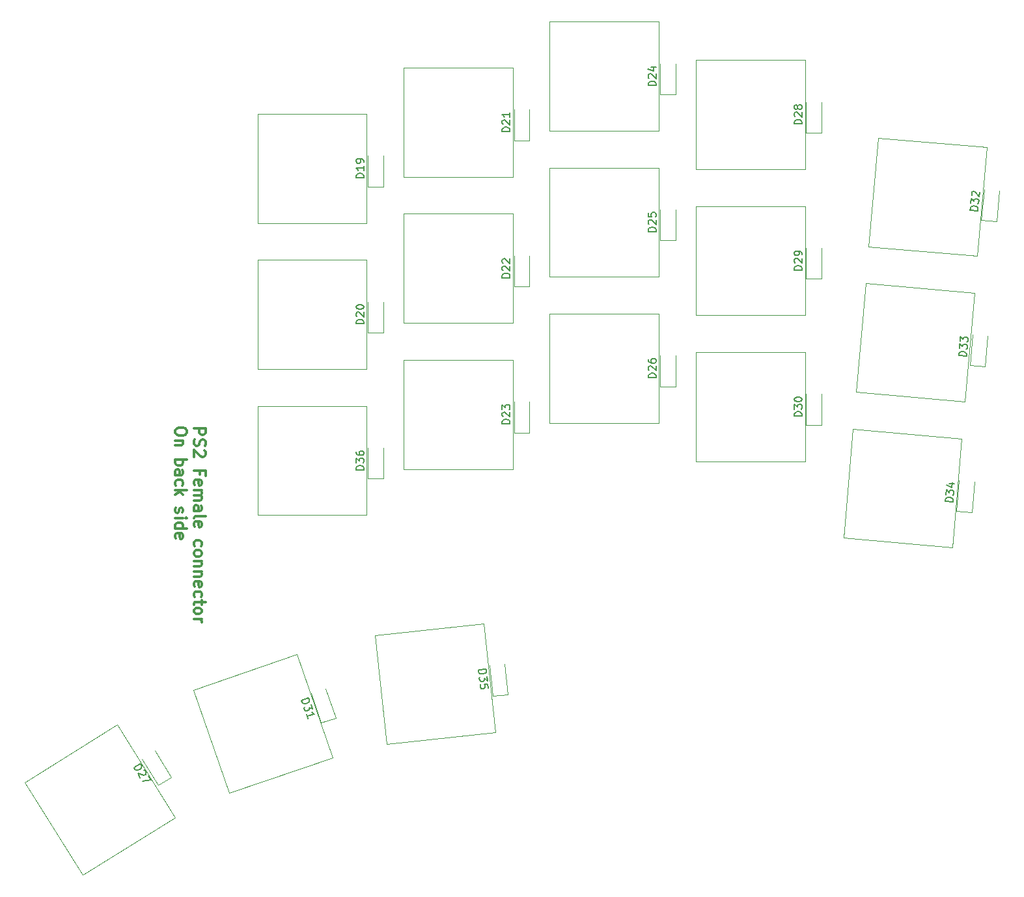
<source format=gbr>
%TF.GenerationSoftware,KiCad,Pcbnew,7.0.7*%
%TF.CreationDate,2023-09-27T07:48:00-06:00*%
%TF.ProjectId,keyboard - right,6b657962-6f61-4726-9420-2d2072696768,rev?*%
%TF.SameCoordinates,Original*%
%TF.FileFunction,Legend,Top*%
%TF.FilePolarity,Positive*%
%FSLAX46Y46*%
G04 Gerber Fmt 4.6, Leading zero omitted, Abs format (unit mm)*
G04 Created by KiCad (PCBNEW 7.0.7) date 2023-09-27 07:48:00*
%MOMM*%
%LPD*%
G01*
G04 APERTURE LIST*
%ADD10C,0.300000*%
%ADD11C,0.150000*%
%ADD12C,0.120000*%
G04 APERTURE END LIST*
D10*
X178087398Y-97503589D02*
X179587398Y-97503589D01*
X179587398Y-97503589D02*
X179587398Y-98075018D01*
X179587398Y-98075018D02*
X179515969Y-98217875D01*
X179515969Y-98217875D02*
X179444541Y-98289304D01*
X179444541Y-98289304D02*
X179301684Y-98360732D01*
X179301684Y-98360732D02*
X179087398Y-98360732D01*
X179087398Y-98360732D02*
X178944541Y-98289304D01*
X178944541Y-98289304D02*
X178873112Y-98217875D01*
X178873112Y-98217875D02*
X178801684Y-98075018D01*
X178801684Y-98075018D02*
X178801684Y-97503589D01*
X178158827Y-98932161D02*
X178087398Y-99146447D01*
X178087398Y-99146447D02*
X178087398Y-99503589D01*
X178087398Y-99503589D02*
X178158827Y-99646447D01*
X178158827Y-99646447D02*
X178230255Y-99717875D01*
X178230255Y-99717875D02*
X178373112Y-99789304D01*
X178373112Y-99789304D02*
X178515969Y-99789304D01*
X178515969Y-99789304D02*
X178658827Y-99717875D01*
X178658827Y-99717875D02*
X178730255Y-99646447D01*
X178730255Y-99646447D02*
X178801684Y-99503589D01*
X178801684Y-99503589D02*
X178873112Y-99217875D01*
X178873112Y-99217875D02*
X178944541Y-99075018D01*
X178944541Y-99075018D02*
X179015969Y-99003589D01*
X179015969Y-99003589D02*
X179158827Y-98932161D01*
X179158827Y-98932161D02*
X179301684Y-98932161D01*
X179301684Y-98932161D02*
X179444541Y-99003589D01*
X179444541Y-99003589D02*
X179515969Y-99075018D01*
X179515969Y-99075018D02*
X179587398Y-99217875D01*
X179587398Y-99217875D02*
X179587398Y-99575018D01*
X179587398Y-99575018D02*
X179515969Y-99789304D01*
X179444541Y-100360732D02*
X179515969Y-100432160D01*
X179515969Y-100432160D02*
X179587398Y-100575018D01*
X179587398Y-100575018D02*
X179587398Y-100932160D01*
X179587398Y-100932160D02*
X179515969Y-101075018D01*
X179515969Y-101075018D02*
X179444541Y-101146446D01*
X179444541Y-101146446D02*
X179301684Y-101217875D01*
X179301684Y-101217875D02*
X179158827Y-101217875D01*
X179158827Y-101217875D02*
X178944541Y-101146446D01*
X178944541Y-101146446D02*
X178087398Y-100289303D01*
X178087398Y-100289303D02*
X178087398Y-101217875D01*
X178873112Y-103503588D02*
X178873112Y-103003588D01*
X178087398Y-103003588D02*
X179587398Y-103003588D01*
X179587398Y-103003588D02*
X179587398Y-103717874D01*
X178158827Y-104860731D02*
X178087398Y-104717874D01*
X178087398Y-104717874D02*
X178087398Y-104432160D01*
X178087398Y-104432160D02*
X178158827Y-104289302D01*
X178158827Y-104289302D02*
X178301684Y-104217874D01*
X178301684Y-104217874D02*
X178873112Y-104217874D01*
X178873112Y-104217874D02*
X179015969Y-104289302D01*
X179015969Y-104289302D02*
X179087398Y-104432160D01*
X179087398Y-104432160D02*
X179087398Y-104717874D01*
X179087398Y-104717874D02*
X179015969Y-104860731D01*
X179015969Y-104860731D02*
X178873112Y-104932160D01*
X178873112Y-104932160D02*
X178730255Y-104932160D01*
X178730255Y-104932160D02*
X178587398Y-104217874D01*
X178087398Y-105575016D02*
X179087398Y-105575016D01*
X178944541Y-105575016D02*
X179015969Y-105646445D01*
X179015969Y-105646445D02*
X179087398Y-105789302D01*
X179087398Y-105789302D02*
X179087398Y-106003588D01*
X179087398Y-106003588D02*
X179015969Y-106146445D01*
X179015969Y-106146445D02*
X178873112Y-106217874D01*
X178873112Y-106217874D02*
X178087398Y-106217874D01*
X178873112Y-106217874D02*
X179015969Y-106289302D01*
X179015969Y-106289302D02*
X179087398Y-106432159D01*
X179087398Y-106432159D02*
X179087398Y-106646445D01*
X179087398Y-106646445D02*
X179015969Y-106789302D01*
X179015969Y-106789302D02*
X178873112Y-106860731D01*
X178873112Y-106860731D02*
X178087398Y-106860731D01*
X178087398Y-108217874D02*
X178873112Y-108217874D01*
X178873112Y-108217874D02*
X179015969Y-108146445D01*
X179015969Y-108146445D02*
X179087398Y-108003588D01*
X179087398Y-108003588D02*
X179087398Y-107717874D01*
X179087398Y-107717874D02*
X179015969Y-107575016D01*
X178158827Y-108217874D02*
X178087398Y-108075016D01*
X178087398Y-108075016D02*
X178087398Y-107717874D01*
X178087398Y-107717874D02*
X178158827Y-107575016D01*
X178158827Y-107575016D02*
X178301684Y-107503588D01*
X178301684Y-107503588D02*
X178444541Y-107503588D01*
X178444541Y-107503588D02*
X178587398Y-107575016D01*
X178587398Y-107575016D02*
X178658827Y-107717874D01*
X178658827Y-107717874D02*
X178658827Y-108075016D01*
X178658827Y-108075016D02*
X178730255Y-108217874D01*
X178087398Y-109146445D02*
X178158827Y-109003588D01*
X178158827Y-109003588D02*
X178301684Y-108932159D01*
X178301684Y-108932159D02*
X179587398Y-108932159D01*
X178158827Y-110289302D02*
X178087398Y-110146445D01*
X178087398Y-110146445D02*
X178087398Y-109860731D01*
X178087398Y-109860731D02*
X178158827Y-109717873D01*
X178158827Y-109717873D02*
X178301684Y-109646445D01*
X178301684Y-109646445D02*
X178873112Y-109646445D01*
X178873112Y-109646445D02*
X179015969Y-109717873D01*
X179015969Y-109717873D02*
X179087398Y-109860731D01*
X179087398Y-109860731D02*
X179087398Y-110146445D01*
X179087398Y-110146445D02*
X179015969Y-110289302D01*
X179015969Y-110289302D02*
X178873112Y-110360731D01*
X178873112Y-110360731D02*
X178730255Y-110360731D01*
X178730255Y-110360731D02*
X178587398Y-109646445D01*
X178158827Y-112789302D02*
X178087398Y-112646444D01*
X178087398Y-112646444D02*
X178087398Y-112360730D01*
X178087398Y-112360730D02*
X178158827Y-112217873D01*
X178158827Y-112217873D02*
X178230255Y-112146444D01*
X178230255Y-112146444D02*
X178373112Y-112075016D01*
X178373112Y-112075016D02*
X178801684Y-112075016D01*
X178801684Y-112075016D02*
X178944541Y-112146444D01*
X178944541Y-112146444D02*
X179015969Y-112217873D01*
X179015969Y-112217873D02*
X179087398Y-112360730D01*
X179087398Y-112360730D02*
X179087398Y-112646444D01*
X179087398Y-112646444D02*
X179015969Y-112789302D01*
X178087398Y-113646444D02*
X178158827Y-113503587D01*
X178158827Y-113503587D02*
X178230255Y-113432158D01*
X178230255Y-113432158D02*
X178373112Y-113360730D01*
X178373112Y-113360730D02*
X178801684Y-113360730D01*
X178801684Y-113360730D02*
X178944541Y-113432158D01*
X178944541Y-113432158D02*
X179015969Y-113503587D01*
X179015969Y-113503587D02*
X179087398Y-113646444D01*
X179087398Y-113646444D02*
X179087398Y-113860730D01*
X179087398Y-113860730D02*
X179015969Y-114003587D01*
X179015969Y-114003587D02*
X178944541Y-114075016D01*
X178944541Y-114075016D02*
X178801684Y-114146444D01*
X178801684Y-114146444D02*
X178373112Y-114146444D01*
X178373112Y-114146444D02*
X178230255Y-114075016D01*
X178230255Y-114075016D02*
X178158827Y-114003587D01*
X178158827Y-114003587D02*
X178087398Y-113860730D01*
X178087398Y-113860730D02*
X178087398Y-113646444D01*
X179087398Y-114789301D02*
X178087398Y-114789301D01*
X178944541Y-114789301D02*
X179015969Y-114860730D01*
X179015969Y-114860730D02*
X179087398Y-115003587D01*
X179087398Y-115003587D02*
X179087398Y-115217873D01*
X179087398Y-115217873D02*
X179015969Y-115360730D01*
X179015969Y-115360730D02*
X178873112Y-115432159D01*
X178873112Y-115432159D02*
X178087398Y-115432159D01*
X179087398Y-116146444D02*
X178087398Y-116146444D01*
X178944541Y-116146444D02*
X179015969Y-116217873D01*
X179015969Y-116217873D02*
X179087398Y-116360730D01*
X179087398Y-116360730D02*
X179087398Y-116575016D01*
X179087398Y-116575016D02*
X179015969Y-116717873D01*
X179015969Y-116717873D02*
X178873112Y-116789302D01*
X178873112Y-116789302D02*
X178087398Y-116789302D01*
X178158827Y-118075016D02*
X178087398Y-117932159D01*
X178087398Y-117932159D02*
X178087398Y-117646445D01*
X178087398Y-117646445D02*
X178158827Y-117503587D01*
X178158827Y-117503587D02*
X178301684Y-117432159D01*
X178301684Y-117432159D02*
X178873112Y-117432159D01*
X178873112Y-117432159D02*
X179015969Y-117503587D01*
X179015969Y-117503587D02*
X179087398Y-117646445D01*
X179087398Y-117646445D02*
X179087398Y-117932159D01*
X179087398Y-117932159D02*
X179015969Y-118075016D01*
X179015969Y-118075016D02*
X178873112Y-118146445D01*
X178873112Y-118146445D02*
X178730255Y-118146445D01*
X178730255Y-118146445D02*
X178587398Y-117432159D01*
X178158827Y-119432159D02*
X178087398Y-119289301D01*
X178087398Y-119289301D02*
X178087398Y-119003587D01*
X178087398Y-119003587D02*
X178158827Y-118860730D01*
X178158827Y-118860730D02*
X178230255Y-118789301D01*
X178230255Y-118789301D02*
X178373112Y-118717873D01*
X178373112Y-118717873D02*
X178801684Y-118717873D01*
X178801684Y-118717873D02*
X178944541Y-118789301D01*
X178944541Y-118789301D02*
X179015969Y-118860730D01*
X179015969Y-118860730D02*
X179087398Y-119003587D01*
X179087398Y-119003587D02*
X179087398Y-119289301D01*
X179087398Y-119289301D02*
X179015969Y-119432159D01*
X179087398Y-119860730D02*
X179087398Y-120432158D01*
X179587398Y-120075015D02*
X178301684Y-120075015D01*
X178301684Y-120075015D02*
X178158827Y-120146444D01*
X178158827Y-120146444D02*
X178087398Y-120289301D01*
X178087398Y-120289301D02*
X178087398Y-120432158D01*
X178087398Y-121146444D02*
X178158827Y-121003587D01*
X178158827Y-121003587D02*
X178230255Y-120932158D01*
X178230255Y-120932158D02*
X178373112Y-120860730D01*
X178373112Y-120860730D02*
X178801684Y-120860730D01*
X178801684Y-120860730D02*
X178944541Y-120932158D01*
X178944541Y-120932158D02*
X179015969Y-121003587D01*
X179015969Y-121003587D02*
X179087398Y-121146444D01*
X179087398Y-121146444D02*
X179087398Y-121360730D01*
X179087398Y-121360730D02*
X179015969Y-121503587D01*
X179015969Y-121503587D02*
X178944541Y-121575016D01*
X178944541Y-121575016D02*
X178801684Y-121646444D01*
X178801684Y-121646444D02*
X178373112Y-121646444D01*
X178373112Y-121646444D02*
X178230255Y-121575016D01*
X178230255Y-121575016D02*
X178158827Y-121503587D01*
X178158827Y-121503587D02*
X178087398Y-121360730D01*
X178087398Y-121360730D02*
X178087398Y-121146444D01*
X178087398Y-122289301D02*
X179087398Y-122289301D01*
X178801684Y-122289301D02*
X178944541Y-122360730D01*
X178944541Y-122360730D02*
X179015969Y-122432159D01*
X179015969Y-122432159D02*
X179087398Y-122575016D01*
X179087398Y-122575016D02*
X179087398Y-122717873D01*
X177172398Y-97789304D02*
X177172398Y-98075018D01*
X177172398Y-98075018D02*
X177100969Y-98217875D01*
X177100969Y-98217875D02*
X176958112Y-98360732D01*
X176958112Y-98360732D02*
X176672398Y-98432161D01*
X176672398Y-98432161D02*
X176172398Y-98432161D01*
X176172398Y-98432161D02*
X175886684Y-98360732D01*
X175886684Y-98360732D02*
X175743827Y-98217875D01*
X175743827Y-98217875D02*
X175672398Y-98075018D01*
X175672398Y-98075018D02*
X175672398Y-97789304D01*
X175672398Y-97789304D02*
X175743827Y-97646447D01*
X175743827Y-97646447D02*
X175886684Y-97503589D01*
X175886684Y-97503589D02*
X176172398Y-97432161D01*
X176172398Y-97432161D02*
X176672398Y-97432161D01*
X176672398Y-97432161D02*
X176958112Y-97503589D01*
X176958112Y-97503589D02*
X177100969Y-97646447D01*
X177100969Y-97646447D02*
X177172398Y-97789304D01*
X176672398Y-99075018D02*
X175672398Y-99075018D01*
X176529541Y-99075018D02*
X176600969Y-99146447D01*
X176600969Y-99146447D02*
X176672398Y-99289304D01*
X176672398Y-99289304D02*
X176672398Y-99503590D01*
X176672398Y-99503590D02*
X176600969Y-99646447D01*
X176600969Y-99646447D02*
X176458112Y-99717876D01*
X176458112Y-99717876D02*
X175672398Y-99717876D01*
X175672398Y-101575018D02*
X177172398Y-101575018D01*
X176600969Y-101575018D02*
X176672398Y-101717876D01*
X176672398Y-101717876D02*
X176672398Y-102003590D01*
X176672398Y-102003590D02*
X176600969Y-102146447D01*
X176600969Y-102146447D02*
X176529541Y-102217876D01*
X176529541Y-102217876D02*
X176386684Y-102289304D01*
X176386684Y-102289304D02*
X175958112Y-102289304D01*
X175958112Y-102289304D02*
X175815255Y-102217876D01*
X175815255Y-102217876D02*
X175743827Y-102146447D01*
X175743827Y-102146447D02*
X175672398Y-102003590D01*
X175672398Y-102003590D02*
X175672398Y-101717876D01*
X175672398Y-101717876D02*
X175743827Y-101575018D01*
X175672398Y-103575019D02*
X176458112Y-103575019D01*
X176458112Y-103575019D02*
X176600969Y-103503590D01*
X176600969Y-103503590D02*
X176672398Y-103360733D01*
X176672398Y-103360733D02*
X176672398Y-103075019D01*
X176672398Y-103075019D02*
X176600969Y-102932161D01*
X175743827Y-103575019D02*
X175672398Y-103432161D01*
X175672398Y-103432161D02*
X175672398Y-103075019D01*
X175672398Y-103075019D02*
X175743827Y-102932161D01*
X175743827Y-102932161D02*
X175886684Y-102860733D01*
X175886684Y-102860733D02*
X176029541Y-102860733D01*
X176029541Y-102860733D02*
X176172398Y-102932161D01*
X176172398Y-102932161D02*
X176243827Y-103075019D01*
X176243827Y-103075019D02*
X176243827Y-103432161D01*
X176243827Y-103432161D02*
X176315255Y-103575019D01*
X175743827Y-104932162D02*
X175672398Y-104789304D01*
X175672398Y-104789304D02*
X175672398Y-104503590D01*
X175672398Y-104503590D02*
X175743827Y-104360733D01*
X175743827Y-104360733D02*
X175815255Y-104289304D01*
X175815255Y-104289304D02*
X175958112Y-104217876D01*
X175958112Y-104217876D02*
X176386684Y-104217876D01*
X176386684Y-104217876D02*
X176529541Y-104289304D01*
X176529541Y-104289304D02*
X176600969Y-104360733D01*
X176600969Y-104360733D02*
X176672398Y-104503590D01*
X176672398Y-104503590D02*
X176672398Y-104789304D01*
X176672398Y-104789304D02*
X176600969Y-104932162D01*
X175672398Y-105575018D02*
X177172398Y-105575018D01*
X176243827Y-105717876D02*
X175672398Y-106146447D01*
X176672398Y-106146447D02*
X176100969Y-105575018D01*
X175743827Y-107860733D02*
X175672398Y-108003590D01*
X175672398Y-108003590D02*
X175672398Y-108289304D01*
X175672398Y-108289304D02*
X175743827Y-108432161D01*
X175743827Y-108432161D02*
X175886684Y-108503590D01*
X175886684Y-108503590D02*
X175958112Y-108503590D01*
X175958112Y-108503590D02*
X176100969Y-108432161D01*
X176100969Y-108432161D02*
X176172398Y-108289304D01*
X176172398Y-108289304D02*
X176172398Y-108075019D01*
X176172398Y-108075019D02*
X176243827Y-107932161D01*
X176243827Y-107932161D02*
X176386684Y-107860733D01*
X176386684Y-107860733D02*
X176458112Y-107860733D01*
X176458112Y-107860733D02*
X176600969Y-107932161D01*
X176600969Y-107932161D02*
X176672398Y-108075019D01*
X176672398Y-108075019D02*
X176672398Y-108289304D01*
X176672398Y-108289304D02*
X176600969Y-108432161D01*
X175672398Y-109146447D02*
X176672398Y-109146447D01*
X177172398Y-109146447D02*
X177100969Y-109075019D01*
X177100969Y-109075019D02*
X177029541Y-109146447D01*
X177029541Y-109146447D02*
X177100969Y-109217876D01*
X177100969Y-109217876D02*
X177172398Y-109146447D01*
X177172398Y-109146447D02*
X177029541Y-109146447D01*
X175672398Y-110503591D02*
X177172398Y-110503591D01*
X175743827Y-110503591D02*
X175672398Y-110360733D01*
X175672398Y-110360733D02*
X175672398Y-110075019D01*
X175672398Y-110075019D02*
X175743827Y-109932162D01*
X175743827Y-109932162D02*
X175815255Y-109860733D01*
X175815255Y-109860733D02*
X175958112Y-109789305D01*
X175958112Y-109789305D02*
X176386684Y-109789305D01*
X176386684Y-109789305D02*
X176529541Y-109860733D01*
X176529541Y-109860733D02*
X176600969Y-109932162D01*
X176600969Y-109932162D02*
X176672398Y-110075019D01*
X176672398Y-110075019D02*
X176672398Y-110360733D01*
X176672398Y-110360733D02*
X176600969Y-110503591D01*
X175743827Y-111789305D02*
X175672398Y-111646448D01*
X175672398Y-111646448D02*
X175672398Y-111360734D01*
X175672398Y-111360734D02*
X175743827Y-111217876D01*
X175743827Y-111217876D02*
X175886684Y-111146448D01*
X175886684Y-111146448D02*
X176458112Y-111146448D01*
X176458112Y-111146448D02*
X176600969Y-111217876D01*
X176600969Y-111217876D02*
X176672398Y-111360734D01*
X176672398Y-111360734D02*
X176672398Y-111646448D01*
X176672398Y-111646448D02*
X176600969Y-111789305D01*
X176600969Y-111789305D02*
X176458112Y-111860734D01*
X176458112Y-111860734D02*
X176315255Y-111860734D01*
X176315255Y-111860734D02*
X176172398Y-111146448D01*
D11*
X200178046Y-64913364D02*
X199178046Y-64913364D01*
X199178046Y-64913364D02*
X199178046Y-64675269D01*
X199178046Y-64675269D02*
X199225665Y-64532412D01*
X199225665Y-64532412D02*
X199320903Y-64437174D01*
X199320903Y-64437174D02*
X199416141Y-64389555D01*
X199416141Y-64389555D02*
X199606617Y-64341936D01*
X199606617Y-64341936D02*
X199749474Y-64341936D01*
X199749474Y-64341936D02*
X199939950Y-64389555D01*
X199939950Y-64389555D02*
X200035188Y-64437174D01*
X200035188Y-64437174D02*
X200130427Y-64532412D01*
X200130427Y-64532412D02*
X200178046Y-64675269D01*
X200178046Y-64675269D02*
X200178046Y-64913364D01*
X200178046Y-63389555D02*
X200178046Y-63960983D01*
X200178046Y-63675269D02*
X199178046Y-63675269D01*
X199178046Y-63675269D02*
X199320903Y-63770507D01*
X199320903Y-63770507D02*
X199416141Y-63865745D01*
X199416141Y-63865745D02*
X199463760Y-63960983D01*
X200178046Y-62913364D02*
X200178046Y-62722888D01*
X200178046Y-62722888D02*
X200130427Y-62627650D01*
X200130427Y-62627650D02*
X200082807Y-62580031D01*
X200082807Y-62580031D02*
X199939950Y-62484793D01*
X199939950Y-62484793D02*
X199749474Y-62437174D01*
X199749474Y-62437174D02*
X199368522Y-62437174D01*
X199368522Y-62437174D02*
X199273284Y-62484793D01*
X199273284Y-62484793D02*
X199225665Y-62532412D01*
X199225665Y-62532412D02*
X199178046Y-62627650D01*
X199178046Y-62627650D02*
X199178046Y-62818126D01*
X199178046Y-62818126D02*
X199225665Y-62913364D01*
X199225665Y-62913364D02*
X199273284Y-62960983D01*
X199273284Y-62960983D02*
X199368522Y-63008602D01*
X199368522Y-63008602D02*
X199606617Y-63008602D01*
X199606617Y-63008602D02*
X199701855Y-62960983D01*
X199701855Y-62960983D02*
X199749474Y-62913364D01*
X199749474Y-62913364D02*
X199797093Y-62818126D01*
X199797093Y-62818126D02*
X199797093Y-62627650D01*
X199797093Y-62627650D02*
X199749474Y-62532412D01*
X199749474Y-62532412D02*
X199701855Y-62484793D01*
X199701855Y-62484793D02*
X199606617Y-62437174D01*
X219178046Y-96913364D02*
X218178046Y-96913364D01*
X218178046Y-96913364D02*
X218178046Y-96675269D01*
X218178046Y-96675269D02*
X218225665Y-96532412D01*
X218225665Y-96532412D02*
X218320903Y-96437174D01*
X218320903Y-96437174D02*
X218416141Y-96389555D01*
X218416141Y-96389555D02*
X218606617Y-96341936D01*
X218606617Y-96341936D02*
X218749474Y-96341936D01*
X218749474Y-96341936D02*
X218939950Y-96389555D01*
X218939950Y-96389555D02*
X219035188Y-96437174D01*
X219035188Y-96437174D02*
X219130427Y-96532412D01*
X219130427Y-96532412D02*
X219178046Y-96675269D01*
X219178046Y-96675269D02*
X219178046Y-96913364D01*
X218273284Y-95960983D02*
X218225665Y-95913364D01*
X218225665Y-95913364D02*
X218178046Y-95818126D01*
X218178046Y-95818126D02*
X218178046Y-95580031D01*
X218178046Y-95580031D02*
X218225665Y-95484793D01*
X218225665Y-95484793D02*
X218273284Y-95437174D01*
X218273284Y-95437174D02*
X218368522Y-95389555D01*
X218368522Y-95389555D02*
X218463760Y-95389555D01*
X218463760Y-95389555D02*
X218606617Y-95437174D01*
X218606617Y-95437174D02*
X219178046Y-96008602D01*
X219178046Y-96008602D02*
X219178046Y-95389555D01*
X218178046Y-95056221D02*
X218178046Y-94437174D01*
X218178046Y-94437174D02*
X218558998Y-94770507D01*
X218558998Y-94770507D02*
X218558998Y-94627650D01*
X218558998Y-94627650D02*
X218606617Y-94532412D01*
X218606617Y-94532412D02*
X218654236Y-94484793D01*
X218654236Y-94484793D02*
X218749474Y-94437174D01*
X218749474Y-94437174D02*
X218987569Y-94437174D01*
X218987569Y-94437174D02*
X219082807Y-94484793D01*
X219082807Y-94484793D02*
X219130427Y-94532412D01*
X219130427Y-94532412D02*
X219178046Y-94627650D01*
X219178046Y-94627650D02*
X219178046Y-94913364D01*
X219178046Y-94913364D02*
X219130427Y-95008602D01*
X219130427Y-95008602D02*
X219082807Y-95056221D01*
X257178046Y-57909733D02*
X256178046Y-57909733D01*
X256178046Y-57909733D02*
X256178046Y-57671638D01*
X256178046Y-57671638D02*
X256225665Y-57528781D01*
X256225665Y-57528781D02*
X256320903Y-57433543D01*
X256320903Y-57433543D02*
X256416141Y-57385924D01*
X256416141Y-57385924D02*
X256606617Y-57338305D01*
X256606617Y-57338305D02*
X256749474Y-57338305D01*
X256749474Y-57338305D02*
X256939950Y-57385924D01*
X256939950Y-57385924D02*
X257035188Y-57433543D01*
X257035188Y-57433543D02*
X257130427Y-57528781D01*
X257130427Y-57528781D02*
X257178046Y-57671638D01*
X257178046Y-57671638D02*
X257178046Y-57909733D01*
X256273284Y-56957352D02*
X256225665Y-56909733D01*
X256225665Y-56909733D02*
X256178046Y-56814495D01*
X256178046Y-56814495D02*
X256178046Y-56576400D01*
X256178046Y-56576400D02*
X256225665Y-56481162D01*
X256225665Y-56481162D02*
X256273284Y-56433543D01*
X256273284Y-56433543D02*
X256368522Y-56385924D01*
X256368522Y-56385924D02*
X256463760Y-56385924D01*
X256463760Y-56385924D02*
X256606617Y-56433543D01*
X256606617Y-56433543D02*
X257178046Y-57004971D01*
X257178046Y-57004971D02*
X257178046Y-56385924D01*
X256606617Y-55814495D02*
X256558998Y-55909733D01*
X256558998Y-55909733D02*
X256511379Y-55957352D01*
X256511379Y-55957352D02*
X256416141Y-56004971D01*
X256416141Y-56004971D02*
X256368522Y-56004971D01*
X256368522Y-56004971D02*
X256273284Y-55957352D01*
X256273284Y-55957352D02*
X256225665Y-55909733D01*
X256225665Y-55909733D02*
X256178046Y-55814495D01*
X256178046Y-55814495D02*
X256178046Y-55624019D01*
X256178046Y-55624019D02*
X256225665Y-55528781D01*
X256225665Y-55528781D02*
X256273284Y-55481162D01*
X256273284Y-55481162D02*
X256368522Y-55433543D01*
X256368522Y-55433543D02*
X256416141Y-55433543D01*
X256416141Y-55433543D02*
X256511379Y-55481162D01*
X256511379Y-55481162D02*
X256558998Y-55528781D01*
X256558998Y-55528781D02*
X256606617Y-55624019D01*
X256606617Y-55624019D02*
X256606617Y-55814495D01*
X256606617Y-55814495D02*
X256654236Y-55909733D01*
X256654236Y-55909733D02*
X256701855Y-55957352D01*
X256701855Y-55957352D02*
X256797093Y-56004971D01*
X256797093Y-56004971D02*
X256987569Y-56004971D01*
X256987569Y-56004971D02*
X257082807Y-55957352D01*
X257082807Y-55957352D02*
X257130427Y-55909733D01*
X257130427Y-55909733D02*
X257178046Y-55814495D01*
X257178046Y-55814495D02*
X257178046Y-55624019D01*
X257178046Y-55624019D02*
X257130427Y-55528781D01*
X257130427Y-55528781D02*
X257082807Y-55481162D01*
X257082807Y-55481162D02*
X256987569Y-55433543D01*
X256987569Y-55433543D02*
X256797093Y-55433543D01*
X256797093Y-55433543D02*
X256701855Y-55481162D01*
X256701855Y-55481162D02*
X256654236Y-55528781D01*
X256654236Y-55528781D02*
X256606617Y-55624019D01*
X200178046Y-83913364D02*
X199178046Y-83913364D01*
X199178046Y-83913364D02*
X199178046Y-83675269D01*
X199178046Y-83675269D02*
X199225665Y-83532412D01*
X199225665Y-83532412D02*
X199320903Y-83437174D01*
X199320903Y-83437174D02*
X199416141Y-83389555D01*
X199416141Y-83389555D02*
X199606617Y-83341936D01*
X199606617Y-83341936D02*
X199749474Y-83341936D01*
X199749474Y-83341936D02*
X199939950Y-83389555D01*
X199939950Y-83389555D02*
X200035188Y-83437174D01*
X200035188Y-83437174D02*
X200130427Y-83532412D01*
X200130427Y-83532412D02*
X200178046Y-83675269D01*
X200178046Y-83675269D02*
X200178046Y-83913364D01*
X199273284Y-82960983D02*
X199225665Y-82913364D01*
X199225665Y-82913364D02*
X199178046Y-82818126D01*
X199178046Y-82818126D02*
X199178046Y-82580031D01*
X199178046Y-82580031D02*
X199225665Y-82484793D01*
X199225665Y-82484793D02*
X199273284Y-82437174D01*
X199273284Y-82437174D02*
X199368522Y-82389555D01*
X199368522Y-82389555D02*
X199463760Y-82389555D01*
X199463760Y-82389555D02*
X199606617Y-82437174D01*
X199606617Y-82437174D02*
X200178046Y-83008602D01*
X200178046Y-83008602D02*
X200178046Y-82389555D01*
X199178046Y-81770507D02*
X199178046Y-81675269D01*
X199178046Y-81675269D02*
X199225665Y-81580031D01*
X199225665Y-81580031D02*
X199273284Y-81532412D01*
X199273284Y-81532412D02*
X199368522Y-81484793D01*
X199368522Y-81484793D02*
X199558998Y-81437174D01*
X199558998Y-81437174D02*
X199797093Y-81437174D01*
X199797093Y-81437174D02*
X199987569Y-81484793D01*
X199987569Y-81484793D02*
X200082807Y-81532412D01*
X200082807Y-81532412D02*
X200130427Y-81580031D01*
X200130427Y-81580031D02*
X200178046Y-81675269D01*
X200178046Y-81675269D02*
X200178046Y-81770507D01*
X200178046Y-81770507D02*
X200130427Y-81865745D01*
X200130427Y-81865745D02*
X200082807Y-81913364D01*
X200082807Y-81913364D02*
X199987569Y-81960983D01*
X199987569Y-81960983D02*
X199797093Y-82008602D01*
X199797093Y-82008602D02*
X199558998Y-82008602D01*
X199558998Y-82008602D02*
X199368522Y-81960983D01*
X199368522Y-81960983D02*
X199273284Y-81913364D01*
X199273284Y-81913364D02*
X199225665Y-81865745D01*
X199225665Y-81865745D02*
X199178046Y-81770507D01*
X257178046Y-76909733D02*
X256178046Y-76909733D01*
X256178046Y-76909733D02*
X256178046Y-76671638D01*
X256178046Y-76671638D02*
X256225665Y-76528781D01*
X256225665Y-76528781D02*
X256320903Y-76433543D01*
X256320903Y-76433543D02*
X256416141Y-76385924D01*
X256416141Y-76385924D02*
X256606617Y-76338305D01*
X256606617Y-76338305D02*
X256749474Y-76338305D01*
X256749474Y-76338305D02*
X256939950Y-76385924D01*
X256939950Y-76385924D02*
X257035188Y-76433543D01*
X257035188Y-76433543D02*
X257130427Y-76528781D01*
X257130427Y-76528781D02*
X257178046Y-76671638D01*
X257178046Y-76671638D02*
X257178046Y-76909733D01*
X256273284Y-75957352D02*
X256225665Y-75909733D01*
X256225665Y-75909733D02*
X256178046Y-75814495D01*
X256178046Y-75814495D02*
X256178046Y-75576400D01*
X256178046Y-75576400D02*
X256225665Y-75481162D01*
X256225665Y-75481162D02*
X256273284Y-75433543D01*
X256273284Y-75433543D02*
X256368522Y-75385924D01*
X256368522Y-75385924D02*
X256463760Y-75385924D01*
X256463760Y-75385924D02*
X256606617Y-75433543D01*
X256606617Y-75433543D02*
X257178046Y-76004971D01*
X257178046Y-76004971D02*
X257178046Y-75385924D01*
X257178046Y-74909733D02*
X257178046Y-74719257D01*
X257178046Y-74719257D02*
X257130427Y-74624019D01*
X257130427Y-74624019D02*
X257082807Y-74576400D01*
X257082807Y-74576400D02*
X256939950Y-74481162D01*
X256939950Y-74481162D02*
X256749474Y-74433543D01*
X256749474Y-74433543D02*
X256368522Y-74433543D01*
X256368522Y-74433543D02*
X256273284Y-74481162D01*
X256273284Y-74481162D02*
X256225665Y-74528781D01*
X256225665Y-74528781D02*
X256178046Y-74624019D01*
X256178046Y-74624019D02*
X256178046Y-74814495D01*
X256178046Y-74814495D02*
X256225665Y-74909733D01*
X256225665Y-74909733D02*
X256273284Y-74957352D01*
X256273284Y-74957352D02*
X256368522Y-75004971D01*
X256368522Y-75004971D02*
X256606617Y-75004971D01*
X256606617Y-75004971D02*
X256701855Y-74957352D01*
X256701855Y-74957352D02*
X256749474Y-74909733D01*
X256749474Y-74909733D02*
X256797093Y-74814495D01*
X256797093Y-74814495D02*
X256797093Y-74624019D01*
X256797093Y-74624019D02*
X256749474Y-74528781D01*
X256749474Y-74528781D02*
X256701855Y-74481162D01*
X256701855Y-74481162D02*
X256606617Y-74433543D01*
X200178046Y-102909733D02*
X199178046Y-102909733D01*
X199178046Y-102909733D02*
X199178046Y-102671638D01*
X199178046Y-102671638D02*
X199225665Y-102528781D01*
X199225665Y-102528781D02*
X199320903Y-102433543D01*
X199320903Y-102433543D02*
X199416141Y-102385924D01*
X199416141Y-102385924D02*
X199606617Y-102338305D01*
X199606617Y-102338305D02*
X199749474Y-102338305D01*
X199749474Y-102338305D02*
X199939950Y-102385924D01*
X199939950Y-102385924D02*
X200035188Y-102433543D01*
X200035188Y-102433543D02*
X200130427Y-102528781D01*
X200130427Y-102528781D02*
X200178046Y-102671638D01*
X200178046Y-102671638D02*
X200178046Y-102909733D01*
X199178046Y-102004971D02*
X199178046Y-101385924D01*
X199178046Y-101385924D02*
X199558998Y-101719257D01*
X199558998Y-101719257D02*
X199558998Y-101576400D01*
X199558998Y-101576400D02*
X199606617Y-101481162D01*
X199606617Y-101481162D02*
X199654236Y-101433543D01*
X199654236Y-101433543D02*
X199749474Y-101385924D01*
X199749474Y-101385924D02*
X199987569Y-101385924D01*
X199987569Y-101385924D02*
X200082807Y-101433543D01*
X200082807Y-101433543D02*
X200130427Y-101481162D01*
X200130427Y-101481162D02*
X200178046Y-101576400D01*
X200178046Y-101576400D02*
X200178046Y-101862114D01*
X200178046Y-101862114D02*
X200130427Y-101957352D01*
X200130427Y-101957352D02*
X200082807Y-102004971D01*
X199178046Y-100528781D02*
X199178046Y-100719257D01*
X199178046Y-100719257D02*
X199225665Y-100814495D01*
X199225665Y-100814495D02*
X199273284Y-100862114D01*
X199273284Y-100862114D02*
X199416141Y-100957352D01*
X199416141Y-100957352D02*
X199606617Y-101004971D01*
X199606617Y-101004971D02*
X199987569Y-101004971D01*
X199987569Y-101004971D02*
X200082807Y-100957352D01*
X200082807Y-100957352D02*
X200130427Y-100909733D01*
X200130427Y-100909733D02*
X200178046Y-100814495D01*
X200178046Y-100814495D02*
X200178046Y-100624019D01*
X200178046Y-100624019D02*
X200130427Y-100528781D01*
X200130427Y-100528781D02*
X200082807Y-100481162D01*
X200082807Y-100481162D02*
X199987569Y-100433543D01*
X199987569Y-100433543D02*
X199749474Y-100433543D01*
X199749474Y-100433543D02*
X199654236Y-100481162D01*
X199654236Y-100481162D02*
X199606617Y-100528781D01*
X199606617Y-100528781D02*
X199558998Y-100624019D01*
X199558998Y-100624019D02*
X199558998Y-100814495D01*
X199558998Y-100814495D02*
X199606617Y-100909733D01*
X199606617Y-100909733D02*
X199654236Y-100957352D01*
X199654236Y-100957352D02*
X199749474Y-101004971D01*
X215110662Y-128933826D02*
X216105183Y-128829298D01*
X216105183Y-128829298D02*
X216130071Y-129066089D01*
X216130071Y-129066089D02*
X216097646Y-129213141D01*
X216097646Y-129213141D02*
X216012884Y-129317812D01*
X216012884Y-129317812D02*
X215923146Y-129375126D01*
X215923146Y-129375126D02*
X215738690Y-129442394D01*
X215738690Y-129442394D02*
X215596616Y-129457327D01*
X215596616Y-129457327D02*
X215402206Y-129429879D01*
X215402206Y-129429879D02*
X215302512Y-129392475D01*
X215302512Y-129392475D02*
X215197840Y-129307714D01*
X215197840Y-129307714D02*
X215135549Y-129170617D01*
X215135549Y-129170617D02*
X215110662Y-128933826D01*
X216199757Y-129729103D02*
X216264465Y-130344760D01*
X216264465Y-130344760D02*
X215850757Y-130053073D01*
X215850757Y-130053073D02*
X215865689Y-130195147D01*
X215865689Y-130195147D02*
X215828286Y-130294841D01*
X215828286Y-130294841D02*
X215785906Y-130347177D01*
X215785906Y-130347177D02*
X215696167Y-130404490D01*
X215696167Y-130404490D02*
X215459376Y-130429378D01*
X215459376Y-130429378D02*
X215359682Y-130391975D01*
X215359682Y-130391975D02*
X215307346Y-130349594D01*
X215307346Y-130349594D02*
X215250033Y-130259855D01*
X215250033Y-130259855D02*
X215220168Y-129975706D01*
X215220168Y-129975706D02*
X215257571Y-129876012D01*
X215257571Y-129876012D02*
X215299951Y-129823677D01*
X216359038Y-131244565D02*
X216309263Y-130770983D01*
X216309263Y-130770983D02*
X215830703Y-130773401D01*
X215830703Y-130773401D02*
X215883039Y-130815781D01*
X215883039Y-130815781D02*
X215940352Y-130905520D01*
X215940352Y-130905520D02*
X215965240Y-131142311D01*
X215965240Y-131142311D02*
X215927837Y-131242005D01*
X215927837Y-131242005D02*
X215885456Y-131294341D01*
X215885456Y-131294341D02*
X215795718Y-131351654D01*
X215795718Y-131351654D02*
X215558927Y-131376542D01*
X215558927Y-131376542D02*
X215459233Y-131339139D01*
X215459233Y-131339139D02*
X215406897Y-131296758D01*
X215406897Y-131296758D02*
X215349584Y-131207019D01*
X215349584Y-131207019D02*
X215324696Y-130970228D01*
X215324696Y-130970228D02*
X215362099Y-130870534D01*
X215362099Y-130870534D02*
X215404480Y-130818199D01*
X276806022Y-107103809D02*
X275809827Y-107016653D01*
X275809827Y-107016653D02*
X275830579Y-106779464D01*
X275830579Y-106779464D02*
X275890467Y-106641300D01*
X275890467Y-106641300D02*
X275993643Y-106554725D01*
X275993643Y-106554725D02*
X276092669Y-106515588D01*
X276092669Y-106515588D02*
X276286571Y-106484751D01*
X276286571Y-106484751D02*
X276428885Y-106497202D01*
X276428885Y-106497202D02*
X276614486Y-106561241D01*
X276614486Y-106561241D02*
X276705211Y-106616979D01*
X276705211Y-106616979D02*
X276791786Y-106720156D01*
X276791786Y-106720156D02*
X276826773Y-106866619D01*
X276826773Y-106866619D02*
X276806022Y-107103809D01*
X275888682Y-106115334D02*
X275942636Y-105498642D01*
X275942636Y-105498642D02*
X276293087Y-105863909D01*
X276293087Y-105863909D02*
X276305538Y-105721595D01*
X276305538Y-105721595D02*
X276361276Y-105630870D01*
X276361276Y-105630870D02*
X276412864Y-105587582D01*
X276412864Y-105587582D02*
X276511890Y-105548445D01*
X276511890Y-105548445D02*
X276749079Y-105569197D01*
X276749079Y-105569197D02*
X276839805Y-105624935D01*
X276839805Y-105624935D02*
X276883092Y-105676523D01*
X276883092Y-105676523D02*
X276922230Y-105775549D01*
X276922230Y-105775549D02*
X276897328Y-106060176D01*
X276897328Y-106060176D02*
X276841589Y-106150902D01*
X276841589Y-106150902D02*
X276790001Y-106194189D01*
X276349406Y-104673813D02*
X277013536Y-104731916D01*
X275949152Y-104877800D02*
X276639968Y-105177243D01*
X276639968Y-105177243D02*
X276693921Y-104560551D01*
X280047701Y-69198928D02*
X279051506Y-69111772D01*
X279051506Y-69111772D02*
X279072258Y-68874583D01*
X279072258Y-68874583D02*
X279132146Y-68736419D01*
X279132146Y-68736419D02*
X279235322Y-68649844D01*
X279235322Y-68649844D02*
X279334348Y-68610707D01*
X279334348Y-68610707D02*
X279528250Y-68579870D01*
X279528250Y-68579870D02*
X279670564Y-68592321D01*
X279670564Y-68592321D02*
X279856165Y-68656360D01*
X279856165Y-68656360D02*
X279946890Y-68712098D01*
X279946890Y-68712098D02*
X280033465Y-68815275D01*
X280033465Y-68815275D02*
X280068452Y-68961738D01*
X280068452Y-68961738D02*
X280047701Y-69198928D01*
X279130361Y-68210453D02*
X279184315Y-67593761D01*
X279184315Y-67593761D02*
X279534766Y-67959028D01*
X279534766Y-67959028D02*
X279547217Y-67816714D01*
X279547217Y-67816714D02*
X279602955Y-67725989D01*
X279602955Y-67725989D02*
X279654543Y-67682701D01*
X279654543Y-67682701D02*
X279753569Y-67643564D01*
X279753569Y-67643564D02*
X279990758Y-67664316D01*
X279990758Y-67664316D02*
X280081484Y-67720054D01*
X280081484Y-67720054D02*
X280124771Y-67771642D01*
X280124771Y-67771642D02*
X280163909Y-67870668D01*
X280163909Y-67870668D02*
X280139007Y-68155295D01*
X280139007Y-68155295D02*
X280083268Y-68246021D01*
X280083268Y-68246021D02*
X280031680Y-68289308D01*
X279312393Y-67222559D02*
X279269105Y-67170971D01*
X279269105Y-67170971D02*
X279229968Y-67071945D01*
X279229968Y-67071945D02*
X279250719Y-66834755D01*
X279250719Y-66834755D02*
X279306458Y-66744030D01*
X279306458Y-66744030D02*
X279358046Y-66700742D01*
X279358046Y-66700742D02*
X279457072Y-66661605D01*
X279457072Y-66661605D02*
X279551947Y-66669906D01*
X279551947Y-66669906D02*
X279690111Y-66729794D01*
X279690111Y-66729794D02*
X280209562Y-67348852D01*
X280209562Y-67348852D02*
X280263515Y-66732160D01*
X192091341Y-132888461D02*
X193036859Y-132562893D01*
X193036859Y-132562893D02*
X193114376Y-132788017D01*
X193114376Y-132788017D02*
X193115861Y-132938594D01*
X193115861Y-132938594D02*
X193056818Y-133059650D01*
X193056818Y-133059650D02*
X192982272Y-133135681D01*
X192982272Y-133135681D02*
X192817676Y-133242719D01*
X192817676Y-133242719D02*
X192682602Y-133289228D01*
X192682602Y-133289228D02*
X192487000Y-133306217D01*
X192487000Y-133306217D02*
X192381447Y-133292199D01*
X192381447Y-133292199D02*
X192260392Y-133233156D01*
X192260392Y-133233156D02*
X192168857Y-133113585D01*
X192168857Y-133113585D02*
X192091341Y-132888461D01*
X193331421Y-133418362D02*
X193532963Y-134003683D01*
X193532963Y-134003683D02*
X193064243Y-133812537D01*
X193064243Y-133812537D02*
X193110753Y-133947611D01*
X193110753Y-133947611D02*
X193096735Y-134053163D01*
X193096735Y-134053163D02*
X193067213Y-134113691D01*
X193067213Y-134113691D02*
X192992667Y-134189722D01*
X192992667Y-134189722D02*
X192767543Y-134267239D01*
X192767543Y-134267239D02*
X192661991Y-134253220D01*
X192661991Y-134253220D02*
X192601463Y-134223699D01*
X192601463Y-134223699D02*
X192525432Y-134149153D01*
X192525432Y-134149153D02*
X192432412Y-133879005D01*
X192432412Y-133879005D02*
X192446430Y-133773452D01*
X192446430Y-133773452D02*
X192475952Y-133712924D01*
X192897510Y-135229745D02*
X192711471Y-134689449D01*
X192804490Y-134959597D02*
X193750009Y-134634029D01*
X193750009Y-134634029D02*
X193583928Y-134590490D01*
X193583928Y-134590490D02*
X193462872Y-134531447D01*
X193462872Y-134531447D02*
X193386841Y-134456900D01*
X219178046Y-77909733D02*
X218178046Y-77909733D01*
X218178046Y-77909733D02*
X218178046Y-77671638D01*
X218178046Y-77671638D02*
X218225665Y-77528781D01*
X218225665Y-77528781D02*
X218320903Y-77433543D01*
X218320903Y-77433543D02*
X218416141Y-77385924D01*
X218416141Y-77385924D02*
X218606617Y-77338305D01*
X218606617Y-77338305D02*
X218749474Y-77338305D01*
X218749474Y-77338305D02*
X218939950Y-77385924D01*
X218939950Y-77385924D02*
X219035188Y-77433543D01*
X219035188Y-77433543D02*
X219130427Y-77528781D01*
X219130427Y-77528781D02*
X219178046Y-77671638D01*
X219178046Y-77671638D02*
X219178046Y-77909733D01*
X218273284Y-76957352D02*
X218225665Y-76909733D01*
X218225665Y-76909733D02*
X218178046Y-76814495D01*
X218178046Y-76814495D02*
X218178046Y-76576400D01*
X218178046Y-76576400D02*
X218225665Y-76481162D01*
X218225665Y-76481162D02*
X218273284Y-76433543D01*
X218273284Y-76433543D02*
X218368522Y-76385924D01*
X218368522Y-76385924D02*
X218463760Y-76385924D01*
X218463760Y-76385924D02*
X218606617Y-76433543D01*
X218606617Y-76433543D02*
X219178046Y-77004971D01*
X219178046Y-77004971D02*
X219178046Y-76385924D01*
X218273284Y-76004971D02*
X218225665Y-75957352D01*
X218225665Y-75957352D02*
X218178046Y-75862114D01*
X218178046Y-75862114D02*
X218178046Y-75624019D01*
X218178046Y-75624019D02*
X218225665Y-75528781D01*
X218225665Y-75528781D02*
X218273284Y-75481162D01*
X218273284Y-75481162D02*
X218368522Y-75433543D01*
X218368522Y-75433543D02*
X218463760Y-75433543D01*
X218463760Y-75433543D02*
X218606617Y-75481162D01*
X218606617Y-75481162D02*
X219178046Y-76052590D01*
X219178046Y-76052590D02*
X219178046Y-75433543D01*
X278555022Y-88115226D02*
X277558827Y-88028070D01*
X277558827Y-88028070D02*
X277579579Y-87790881D01*
X277579579Y-87790881D02*
X277639467Y-87652717D01*
X277639467Y-87652717D02*
X277742643Y-87566142D01*
X277742643Y-87566142D02*
X277841669Y-87527005D01*
X277841669Y-87527005D02*
X278035571Y-87496168D01*
X278035571Y-87496168D02*
X278177885Y-87508619D01*
X278177885Y-87508619D02*
X278363486Y-87572658D01*
X278363486Y-87572658D02*
X278454211Y-87628396D01*
X278454211Y-87628396D02*
X278540786Y-87731573D01*
X278540786Y-87731573D02*
X278575773Y-87878036D01*
X278575773Y-87878036D02*
X278555022Y-88115226D01*
X277637682Y-87126751D02*
X277691636Y-86510059D01*
X277691636Y-86510059D02*
X278042087Y-86875326D01*
X278042087Y-86875326D02*
X278054538Y-86733012D01*
X278054538Y-86733012D02*
X278110276Y-86642287D01*
X278110276Y-86642287D02*
X278161864Y-86598999D01*
X278161864Y-86598999D02*
X278260890Y-86559862D01*
X278260890Y-86559862D02*
X278498079Y-86580614D01*
X278498079Y-86580614D02*
X278588805Y-86636352D01*
X278588805Y-86636352D02*
X278632092Y-86687940D01*
X278632092Y-86687940D02*
X278671230Y-86786966D01*
X278671230Y-86786966D02*
X278646328Y-87071593D01*
X278646328Y-87071593D02*
X278590589Y-87162319D01*
X278590589Y-87162319D02*
X278539001Y-87205606D01*
X277720688Y-86177994D02*
X277774641Y-85561302D01*
X277774641Y-85561302D02*
X278125092Y-85926569D01*
X278125092Y-85926569D02*
X278137543Y-85784256D01*
X278137543Y-85784256D02*
X278193281Y-85693530D01*
X278193281Y-85693530D02*
X278244870Y-85650243D01*
X278244870Y-85650243D02*
X278343895Y-85611105D01*
X278343895Y-85611105D02*
X278581085Y-85631857D01*
X278581085Y-85631857D02*
X278671810Y-85687595D01*
X278671810Y-85687595D02*
X278715098Y-85739183D01*
X278715098Y-85739183D02*
X278754235Y-85838209D01*
X278754235Y-85838209D02*
X278729333Y-86122836D01*
X278729333Y-86122836D02*
X278673595Y-86213562D01*
X278673595Y-86213562D02*
X278622007Y-86256849D01*
X219178046Y-58913364D02*
X218178046Y-58913364D01*
X218178046Y-58913364D02*
X218178046Y-58675269D01*
X218178046Y-58675269D02*
X218225665Y-58532412D01*
X218225665Y-58532412D02*
X218320903Y-58437174D01*
X218320903Y-58437174D02*
X218416141Y-58389555D01*
X218416141Y-58389555D02*
X218606617Y-58341936D01*
X218606617Y-58341936D02*
X218749474Y-58341936D01*
X218749474Y-58341936D02*
X218939950Y-58389555D01*
X218939950Y-58389555D02*
X219035188Y-58437174D01*
X219035188Y-58437174D02*
X219130427Y-58532412D01*
X219130427Y-58532412D02*
X219178046Y-58675269D01*
X219178046Y-58675269D02*
X219178046Y-58913364D01*
X218273284Y-57960983D02*
X218225665Y-57913364D01*
X218225665Y-57913364D02*
X218178046Y-57818126D01*
X218178046Y-57818126D02*
X218178046Y-57580031D01*
X218178046Y-57580031D02*
X218225665Y-57484793D01*
X218225665Y-57484793D02*
X218273284Y-57437174D01*
X218273284Y-57437174D02*
X218368522Y-57389555D01*
X218368522Y-57389555D02*
X218463760Y-57389555D01*
X218463760Y-57389555D02*
X218606617Y-57437174D01*
X218606617Y-57437174D02*
X219178046Y-58008602D01*
X219178046Y-58008602D02*
X219178046Y-57389555D01*
X219178046Y-56437174D02*
X219178046Y-57008602D01*
X219178046Y-56722888D02*
X218178046Y-56722888D01*
X218178046Y-56722888D02*
X218320903Y-56818126D01*
X218320903Y-56818126D02*
X218416141Y-56913364D01*
X218416141Y-56913364D02*
X218463760Y-57008602D01*
X238178046Y-71913364D02*
X237178046Y-71913364D01*
X237178046Y-71913364D02*
X237178046Y-71675269D01*
X237178046Y-71675269D02*
X237225665Y-71532412D01*
X237225665Y-71532412D02*
X237320903Y-71437174D01*
X237320903Y-71437174D02*
X237416141Y-71389555D01*
X237416141Y-71389555D02*
X237606617Y-71341936D01*
X237606617Y-71341936D02*
X237749474Y-71341936D01*
X237749474Y-71341936D02*
X237939950Y-71389555D01*
X237939950Y-71389555D02*
X238035188Y-71437174D01*
X238035188Y-71437174D02*
X238130427Y-71532412D01*
X238130427Y-71532412D02*
X238178046Y-71675269D01*
X238178046Y-71675269D02*
X238178046Y-71913364D01*
X237273284Y-70960983D02*
X237225665Y-70913364D01*
X237225665Y-70913364D02*
X237178046Y-70818126D01*
X237178046Y-70818126D02*
X237178046Y-70580031D01*
X237178046Y-70580031D02*
X237225665Y-70484793D01*
X237225665Y-70484793D02*
X237273284Y-70437174D01*
X237273284Y-70437174D02*
X237368522Y-70389555D01*
X237368522Y-70389555D02*
X237463760Y-70389555D01*
X237463760Y-70389555D02*
X237606617Y-70437174D01*
X237606617Y-70437174D02*
X238178046Y-71008602D01*
X238178046Y-71008602D02*
X238178046Y-70389555D01*
X237178046Y-69484793D02*
X237178046Y-69960983D01*
X237178046Y-69960983D02*
X237654236Y-70008602D01*
X237654236Y-70008602D02*
X237606617Y-69960983D01*
X237606617Y-69960983D02*
X237558998Y-69865745D01*
X237558998Y-69865745D02*
X237558998Y-69627650D01*
X237558998Y-69627650D02*
X237606617Y-69532412D01*
X237606617Y-69532412D02*
X237654236Y-69484793D01*
X237654236Y-69484793D02*
X237749474Y-69437174D01*
X237749474Y-69437174D02*
X237987569Y-69437174D01*
X237987569Y-69437174D02*
X238082807Y-69484793D01*
X238082807Y-69484793D02*
X238130427Y-69532412D01*
X238130427Y-69532412D02*
X238178046Y-69627650D01*
X238178046Y-69627650D02*
X238178046Y-69865745D01*
X238178046Y-69865745D02*
X238130427Y-69960983D01*
X238130427Y-69960983D02*
X238082807Y-70008602D01*
X170297877Y-141649056D02*
X171145925Y-141119137D01*
X171145925Y-141119137D02*
X171272096Y-141321053D01*
X171272096Y-141321053D02*
X171307416Y-141467437D01*
X171307416Y-141467437D02*
X171277118Y-141598672D01*
X171277118Y-141598672D02*
X171221585Y-141689524D01*
X171221585Y-141689524D02*
X171085287Y-141830844D01*
X171085287Y-141830844D02*
X170964137Y-141906547D01*
X170964137Y-141906547D02*
X170777370Y-141967101D01*
X170777370Y-141967101D02*
X170671369Y-141977186D01*
X170671369Y-141977186D02*
X170540134Y-141946888D01*
X170540134Y-141946888D02*
X170424048Y-141850972D01*
X170424048Y-141850972D02*
X170297877Y-141649056D01*
X171569843Y-141977270D02*
X171635461Y-141992419D01*
X171635461Y-141992419D02*
X171726313Y-142047951D01*
X171726313Y-142047951D02*
X171852484Y-142249868D01*
X171852484Y-142249868D02*
X171862569Y-142355868D01*
X171862569Y-142355868D02*
X171847420Y-142421486D01*
X171847420Y-142421486D02*
X171791888Y-142512338D01*
X171791888Y-142512338D02*
X171711121Y-142562806D01*
X171711121Y-142562806D02*
X171564737Y-142598126D01*
X171564737Y-142598126D02*
X170777327Y-142416338D01*
X170777327Y-142416338D02*
X171105373Y-142941320D01*
X172130061Y-142694083D02*
X172483340Y-143259449D01*
X172483340Y-143259449D02*
X171408184Y-143425919D01*
X238178046Y-52913364D02*
X237178046Y-52913364D01*
X237178046Y-52913364D02*
X237178046Y-52675269D01*
X237178046Y-52675269D02*
X237225665Y-52532412D01*
X237225665Y-52532412D02*
X237320903Y-52437174D01*
X237320903Y-52437174D02*
X237416141Y-52389555D01*
X237416141Y-52389555D02*
X237606617Y-52341936D01*
X237606617Y-52341936D02*
X237749474Y-52341936D01*
X237749474Y-52341936D02*
X237939950Y-52389555D01*
X237939950Y-52389555D02*
X238035188Y-52437174D01*
X238035188Y-52437174D02*
X238130427Y-52532412D01*
X238130427Y-52532412D02*
X238178046Y-52675269D01*
X238178046Y-52675269D02*
X238178046Y-52913364D01*
X237273284Y-51960983D02*
X237225665Y-51913364D01*
X237225665Y-51913364D02*
X237178046Y-51818126D01*
X237178046Y-51818126D02*
X237178046Y-51580031D01*
X237178046Y-51580031D02*
X237225665Y-51484793D01*
X237225665Y-51484793D02*
X237273284Y-51437174D01*
X237273284Y-51437174D02*
X237368522Y-51389555D01*
X237368522Y-51389555D02*
X237463760Y-51389555D01*
X237463760Y-51389555D02*
X237606617Y-51437174D01*
X237606617Y-51437174D02*
X238178046Y-52008602D01*
X238178046Y-52008602D02*
X238178046Y-51389555D01*
X237511379Y-50532412D02*
X238178046Y-50532412D01*
X237130427Y-50770507D02*
X237844712Y-51008602D01*
X237844712Y-51008602D02*
X237844712Y-50389555D01*
X238178046Y-90913364D02*
X237178046Y-90913364D01*
X237178046Y-90913364D02*
X237178046Y-90675269D01*
X237178046Y-90675269D02*
X237225665Y-90532412D01*
X237225665Y-90532412D02*
X237320903Y-90437174D01*
X237320903Y-90437174D02*
X237416141Y-90389555D01*
X237416141Y-90389555D02*
X237606617Y-90341936D01*
X237606617Y-90341936D02*
X237749474Y-90341936D01*
X237749474Y-90341936D02*
X237939950Y-90389555D01*
X237939950Y-90389555D02*
X238035188Y-90437174D01*
X238035188Y-90437174D02*
X238130427Y-90532412D01*
X238130427Y-90532412D02*
X238178046Y-90675269D01*
X238178046Y-90675269D02*
X238178046Y-90913364D01*
X237273284Y-89960983D02*
X237225665Y-89913364D01*
X237225665Y-89913364D02*
X237178046Y-89818126D01*
X237178046Y-89818126D02*
X237178046Y-89580031D01*
X237178046Y-89580031D02*
X237225665Y-89484793D01*
X237225665Y-89484793D02*
X237273284Y-89437174D01*
X237273284Y-89437174D02*
X237368522Y-89389555D01*
X237368522Y-89389555D02*
X237463760Y-89389555D01*
X237463760Y-89389555D02*
X237606617Y-89437174D01*
X237606617Y-89437174D02*
X238178046Y-90008602D01*
X238178046Y-90008602D02*
X238178046Y-89389555D01*
X237178046Y-88532412D02*
X237178046Y-88722888D01*
X237178046Y-88722888D02*
X237225665Y-88818126D01*
X237225665Y-88818126D02*
X237273284Y-88865745D01*
X237273284Y-88865745D02*
X237416141Y-88960983D01*
X237416141Y-88960983D02*
X237606617Y-89008602D01*
X237606617Y-89008602D02*
X237987569Y-89008602D01*
X237987569Y-89008602D02*
X238082807Y-88960983D01*
X238082807Y-88960983D02*
X238130427Y-88913364D01*
X238130427Y-88913364D02*
X238178046Y-88818126D01*
X238178046Y-88818126D02*
X238178046Y-88627650D01*
X238178046Y-88627650D02*
X238130427Y-88532412D01*
X238130427Y-88532412D02*
X238082807Y-88484793D01*
X238082807Y-88484793D02*
X237987569Y-88437174D01*
X237987569Y-88437174D02*
X237749474Y-88437174D01*
X237749474Y-88437174D02*
X237654236Y-88484793D01*
X237654236Y-88484793D02*
X237606617Y-88532412D01*
X237606617Y-88532412D02*
X237558998Y-88627650D01*
X237558998Y-88627650D02*
X237558998Y-88818126D01*
X237558998Y-88818126D02*
X237606617Y-88913364D01*
X237606617Y-88913364D02*
X237654236Y-88960983D01*
X237654236Y-88960983D02*
X237749474Y-89008602D01*
X257178046Y-95913364D02*
X256178046Y-95913364D01*
X256178046Y-95913364D02*
X256178046Y-95675269D01*
X256178046Y-95675269D02*
X256225665Y-95532412D01*
X256225665Y-95532412D02*
X256320903Y-95437174D01*
X256320903Y-95437174D02*
X256416141Y-95389555D01*
X256416141Y-95389555D02*
X256606617Y-95341936D01*
X256606617Y-95341936D02*
X256749474Y-95341936D01*
X256749474Y-95341936D02*
X256939950Y-95389555D01*
X256939950Y-95389555D02*
X257035188Y-95437174D01*
X257035188Y-95437174D02*
X257130427Y-95532412D01*
X257130427Y-95532412D02*
X257178046Y-95675269D01*
X257178046Y-95675269D02*
X257178046Y-95913364D01*
X256178046Y-95008602D02*
X256178046Y-94389555D01*
X256178046Y-94389555D02*
X256558998Y-94722888D01*
X256558998Y-94722888D02*
X256558998Y-94580031D01*
X256558998Y-94580031D02*
X256606617Y-94484793D01*
X256606617Y-94484793D02*
X256654236Y-94437174D01*
X256654236Y-94437174D02*
X256749474Y-94389555D01*
X256749474Y-94389555D02*
X256987569Y-94389555D01*
X256987569Y-94389555D02*
X257082807Y-94437174D01*
X257082807Y-94437174D02*
X257130427Y-94484793D01*
X257130427Y-94484793D02*
X257178046Y-94580031D01*
X257178046Y-94580031D02*
X257178046Y-94865745D01*
X257178046Y-94865745D02*
X257130427Y-94960983D01*
X257130427Y-94960983D02*
X257082807Y-95008602D01*
X256178046Y-93770507D02*
X256178046Y-93675269D01*
X256178046Y-93675269D02*
X256225665Y-93580031D01*
X256225665Y-93580031D02*
X256273284Y-93532412D01*
X256273284Y-93532412D02*
X256368522Y-93484793D01*
X256368522Y-93484793D02*
X256558998Y-93437174D01*
X256558998Y-93437174D02*
X256797093Y-93437174D01*
X256797093Y-93437174D02*
X256987569Y-93484793D01*
X256987569Y-93484793D02*
X257082807Y-93532412D01*
X257082807Y-93532412D02*
X257130427Y-93580031D01*
X257130427Y-93580031D02*
X257178046Y-93675269D01*
X257178046Y-93675269D02*
X257178046Y-93770507D01*
X257178046Y-93770507D02*
X257130427Y-93865745D01*
X257130427Y-93865745D02*
X257082807Y-93913364D01*
X257082807Y-93913364D02*
X256987569Y-93960983D01*
X256987569Y-93960983D02*
X256797093Y-94008602D01*
X256797093Y-94008602D02*
X256558998Y-94008602D01*
X256558998Y-94008602D02*
X256368522Y-93960983D01*
X256368522Y-93960983D02*
X256273284Y-93913364D01*
X256273284Y-93913364D02*
X256225665Y-93865745D01*
X256225665Y-93865745D02*
X256178046Y-93770507D01*
D12*
%TO.C,S31*%
X243355964Y-87599079D02*
X243355964Y-101799079D01*
X243355964Y-101799079D02*
X257555964Y-101799079D01*
X257555964Y-87599079D02*
X243355964Y-87599079D01*
X257555964Y-101799079D02*
X257555964Y-87599079D01*
%TO.C,S22*%
X205355964Y-50599079D02*
X205355964Y-64799079D01*
X205355964Y-64799079D02*
X219555964Y-64799079D01*
X219555964Y-50599079D02*
X205355964Y-50599079D01*
X219555964Y-64799079D02*
X219555964Y-50599079D01*
%TO.C,S25*%
X224355964Y-44599079D02*
X224355964Y-58799079D01*
X224355964Y-58799079D02*
X238555964Y-58799079D01*
X238555964Y-44599079D02*
X224355964Y-44599079D01*
X238555964Y-58799079D02*
X238555964Y-44599079D01*
%TO.C,D19*%
X200723227Y-66059079D02*
X202723227Y-66059079D01*
X200723227Y-66059079D02*
X200723227Y-62049079D01*
X202723227Y-66059079D02*
X202723227Y-62049079D01*
%TO.C,S28*%
X156096287Y-143582889D02*
X163621140Y-155625172D01*
X163621140Y-155625172D02*
X175663423Y-148100319D01*
X168138570Y-136058036D02*
X156096287Y-143582889D01*
X175663423Y-148100319D02*
X168138570Y-136058036D01*
%TO.C,S34*%
X265445945Y-78622285D02*
X264208334Y-92768250D01*
X264208334Y-92768250D02*
X278354299Y-94005861D01*
X279591910Y-79859896D02*
X265445945Y-78622285D01*
X278354299Y-94005861D02*
X279591910Y-79859896D01*
%TO.C,D23*%
X219723227Y-98059079D02*
X221723227Y-98059079D01*
X219723227Y-98059079D02*
X219723227Y-94049079D01*
X221723227Y-98059079D02*
X221723227Y-94049079D01*
%TO.C,D28*%
X257723227Y-59055448D02*
X259723227Y-59055448D01*
X257723227Y-59055448D02*
X257723227Y-55045448D01*
X259723227Y-59055448D02*
X259723227Y-55045448D01*
%TO.C,D20*%
X200723227Y-85059079D02*
X202723227Y-85059079D01*
X200723227Y-85059079D02*
X200723227Y-81049079D01*
X202723227Y-85059079D02*
X202723227Y-81049079D01*
%TO.C,S23*%
X205355964Y-69599079D02*
X205355964Y-83799079D01*
X205355964Y-83799079D02*
X219555964Y-83799079D01*
X219555964Y-69599079D02*
X205355964Y-69599079D01*
X219555964Y-83799079D02*
X219555964Y-69599079D01*
%TO.C,S30*%
X243355964Y-68599079D02*
X243355964Y-82799079D01*
X243355964Y-82799079D02*
X257555964Y-82799079D01*
X257555964Y-68599079D02*
X243355964Y-68599079D01*
X257555964Y-82799079D02*
X257555964Y-68599079D01*
%TO.C,D29*%
X257723227Y-78055448D02*
X259723227Y-78055448D01*
X257723227Y-78055448D02*
X257723227Y-74045448D01*
X259723227Y-78055448D02*
X259723227Y-74045448D01*
%TO.C,D36*%
X200723227Y-104055448D02*
X202723227Y-104055448D01*
X200723227Y-104055448D02*
X200723227Y-100045448D01*
X202723227Y-104055448D02*
X202723227Y-100045448D01*
%TO.C,S19*%
X186355962Y-56599079D02*
X186355962Y-70799079D01*
X186355962Y-70799079D02*
X200555962Y-70799079D01*
X200555962Y-56599079D02*
X186355962Y-56599079D01*
X200555962Y-70799079D02*
X200555962Y-56599079D01*
%TO.C,D35*%
X216931126Y-132336462D02*
X218920170Y-132127405D01*
X216931126Y-132336462D02*
X216511967Y-128348429D01*
X218920170Y-132127405D02*
X218501011Y-128139372D01*
%TO.C,D34*%
X277249273Y-108292679D02*
X279241662Y-108466990D01*
X277249273Y-108292679D02*
X277598767Y-104297938D01*
X279241662Y-108466990D02*
X279591157Y-104472249D01*
%TO.C,D32*%
X280490952Y-70387798D02*
X282483341Y-70562109D01*
X280490952Y-70387798D02*
X280840446Y-66393057D01*
X282483341Y-70562109D02*
X282832836Y-66567368D01*
%TO.C,D31*%
X194630573Y-135794373D02*
X196521610Y-135143237D01*
X194630573Y-135794373D02*
X193325045Y-132002844D01*
X196521610Y-135143237D02*
X195216082Y-131351707D01*
%TO.C,D22*%
X219723227Y-79055448D02*
X221723227Y-79055448D01*
X219723227Y-79055448D02*
X219723227Y-75045448D01*
X221723227Y-79055448D02*
X221723227Y-75045448D01*
%TO.C,S26*%
X224355964Y-63599079D02*
X224355964Y-77799079D01*
X224355964Y-77799079D02*
X238555964Y-77799079D01*
X238555964Y-63599079D02*
X224355964Y-63599079D01*
X238555964Y-77799079D02*
X238555964Y-63599079D01*
%TO.C,S21*%
X186355962Y-94599079D02*
X186355962Y-108799079D01*
X186355962Y-108799079D02*
X200555962Y-108799079D01*
X200555962Y-94599079D02*
X186355962Y-94599079D01*
X200555962Y-108799079D02*
X200555962Y-94599079D01*
%TO.C,S32*%
X178038627Y-131502346D02*
X182661695Y-144928710D01*
X182661695Y-144928710D02*
X196088059Y-140305642D01*
X191464991Y-126879278D02*
X178038627Y-131502346D01*
X196088059Y-140305642D02*
X191464991Y-126879278D01*
%TO.C,D33*%
X278998273Y-89304096D02*
X280990662Y-89478407D01*
X278998273Y-89304096D02*
X279347767Y-85309355D01*
X280990662Y-89478407D02*
X281340157Y-85483666D01*
%TO.C,D21*%
X219723227Y-60059079D02*
X221723227Y-60059079D01*
X219723227Y-60059079D02*
X219723227Y-56049079D01*
X221723227Y-60059079D02*
X221723227Y-56049079D01*
%TO.C,S27*%
X224355964Y-82599079D02*
X224355964Y-96799079D01*
X224355964Y-96799079D02*
X238555964Y-96799079D01*
X238555964Y-82599079D02*
X224355964Y-82599079D01*
X238555964Y-96799079D02*
X238555964Y-82599079D01*
%TO.C,D25*%
X238723227Y-73059079D02*
X240723227Y-73059079D01*
X238723227Y-73059079D02*
X238723227Y-69049079D01*
X240723227Y-73059079D02*
X240723227Y-69049079D01*
%TO.C,S35*%
X263797929Y-97619704D02*
X262560318Y-111765669D01*
X262560318Y-111765669D02*
X276706283Y-113003280D01*
X277943894Y-98857315D02*
X263797929Y-97619704D01*
X276706283Y-113003280D02*
X277943894Y-98857315D01*
%TO.C,S20*%
X186355962Y-75599079D02*
X186355962Y-89799079D01*
X186355962Y-89799079D02*
X200555962Y-89799079D01*
X200555962Y-75599079D02*
X186355962Y-75599079D01*
X200555962Y-89799079D02*
X200555962Y-75599079D01*
%TO.C,S29*%
X243355964Y-49599079D02*
X243355964Y-63799079D01*
X243355964Y-63799079D02*
X257555964Y-63799079D01*
X257555964Y-49599079D02*
X243355964Y-49599079D01*
X257555964Y-63799079D02*
X257555964Y-49599079D01*
%TO.C,S33*%
X267055170Y-59716184D02*
X265817559Y-73862149D01*
X265817559Y-73862149D02*
X279963524Y-75099760D01*
X281201135Y-60953795D02*
X267055170Y-59716184D01*
X279963524Y-75099760D02*
X281201135Y-60953795D01*
%TO.C,D27*%
X173425717Y-143909287D02*
X175121814Y-142849448D01*
X173425717Y-143909287D02*
X171300741Y-140508614D01*
X175121814Y-142849448D02*
X172996837Y-139448775D01*
%TO.C,S36*%
X201657773Y-124429648D02*
X203142078Y-138551859D01*
X203142078Y-138551859D02*
X217264289Y-137067554D01*
X215779984Y-122945343D02*
X201657773Y-124429648D01*
X217264289Y-137067554D02*
X215779984Y-122945343D01*
%TO.C,D24*%
X238723227Y-54059079D02*
X240723227Y-54059079D01*
X238723227Y-54059079D02*
X238723227Y-50049079D01*
X240723227Y-54059079D02*
X240723227Y-50049079D01*
%TO.C,D26*%
X238723227Y-92059079D02*
X240723227Y-92059079D01*
X238723227Y-92059079D02*
X238723227Y-88049079D01*
X240723227Y-92059079D02*
X240723227Y-88049079D01*
%TO.C,S24*%
X205355964Y-88599079D02*
X205355964Y-102799079D01*
X205355964Y-102799079D02*
X219555964Y-102799079D01*
X219555964Y-88599079D02*
X205355964Y-88599079D01*
X219555964Y-102799079D02*
X219555964Y-88599079D01*
%TO.C,D30*%
X257723227Y-97059079D02*
X259723227Y-97059079D01*
X257723227Y-97059079D02*
X257723227Y-93049079D01*
X259723227Y-97059079D02*
X259723227Y-93049079D01*
%TD*%
M02*

</source>
